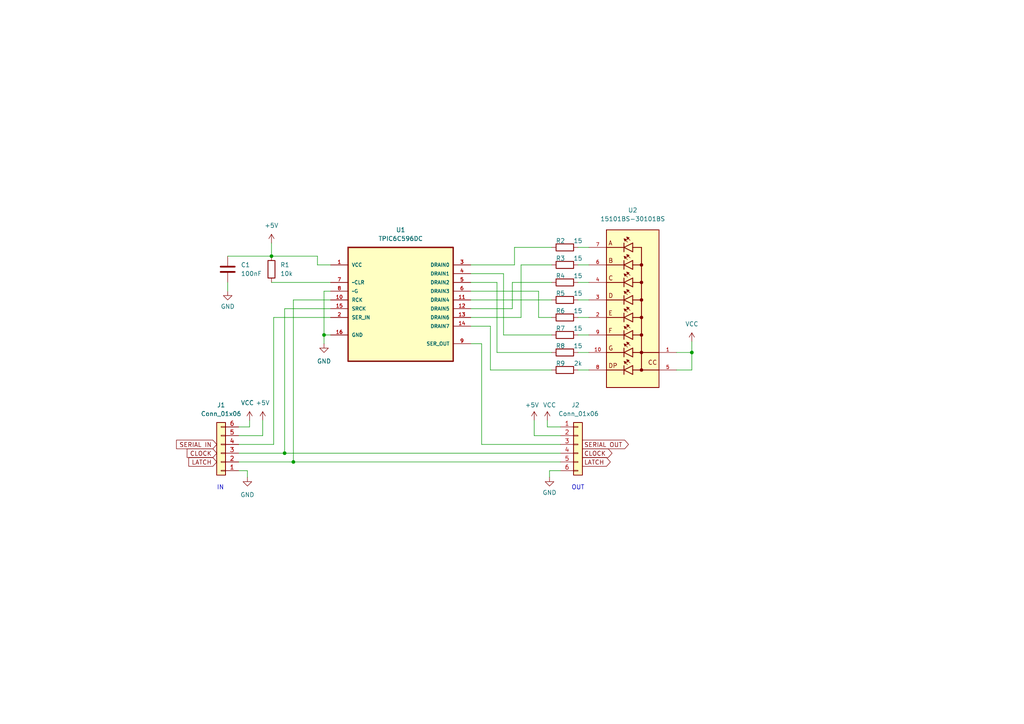
<source format=kicad_sch>
(kicad_sch (version 20211123) (generator eeschema)
  (paper "A4")
  (lib_symbols
    (symbol "Connector_Generic:Conn_01x06" (pin_names (offset 1.016) hide)
      (property "Reference" "J" (at 0 7.62 0))
      (property "Value" "Conn_01x06" (at 0 -10.16 0))
      (symbol "Conn_01x06_1_1"
        (rectangle (start -1.27 -7.493) (end 0 -7.747) (stroke (width 0.1524)))
        (rectangle (start -1.27 -4.953) (end 0 -5.207) (stroke (width 0.1524)))
        (rectangle (start -1.27 -2.413) (end 0 -2.667) (stroke (width 0.1524)))
        (rectangle (start -1.27 0.127) (end 0 -0.127) (stroke (width 0.1524)))
        (rectangle (start -1.27 2.667) (end 0 2.413) (stroke (width 0.1524)))
        (rectangle (start -1.27 5.207) (end 0 4.953) (stroke (width 0.1524)))
        (rectangle (start -1.27 6.35) (end 1.27 -8.89) (stroke (width 0.254)) (fill (type background)))
        (pin passive line (at -5.08 5.08 0) (length 3.81) (name "Pin_1") (number "1"))
        (pin passive line (at -5.08 2.54 0) (length 3.81) (name "Pin_2") (number "2"))
        (pin passive line (at -5.08 0 0) (length 3.81) (name "Pin_3") (number "3"))
        (pin passive line (at -5.08 -2.54 0) (length 3.81) (name "Pin_4") (number "4"))
        (pin passive line (at -5.08 -5.08 0) (length 3.81) (name "Pin_5") (number "5"))
        (pin passive line (at -5.08 -7.62 0) (length 3.81) (name "Pin_6") (number "6"))
      )
    )
    (symbol "Custom7Segments:15101BS-30101BS" (pin_names (offset 1.016))
      (property "Reference" "U" (at -7.62 23.622 0))
      (property "Value" "15101BS-30101BS" (at -8.89 -26.1874 0))
      (symbol "15101BS-30101BS_0_0"
        (rectangle (start -7.62 -22.86) (end 7.62 22.86) (stroke (width 0.254)) (fill (type background)))
        (polyline (pts (xy -7.62 -17.78) (xy -2.54 -17.78)) (stroke (width 0.254)))
        (polyline (pts (xy -7.62 -12.7) (xy -2.54 -12.7)) (stroke (width 0.254)))
        (polyline (pts (xy -7.62 -7.62) (xy -2.54 -7.62)) (stroke (width 0.254)))
        (polyline (pts (xy -7.62 -2.54) (xy -2.54 -2.54)) (stroke (width 0.254)))
        (polyline (pts (xy -7.62 2.54) (xy -2.54 2.54)) (stroke (width 0.254)))
        (polyline (pts (xy -7.62 7.62) (xy -2.54 7.62)) (stroke (width 0.254)))
        (polyline (pts (xy -7.62 12.7) (xy -2.54 12.7)) (stroke (width 0.254)))
        (polyline (pts (xy -7.62 17.78) (xy -2.54 17.78)) (stroke (width 0.254)))
        (polyline (pts (xy -2.54 -17.78) (xy -2.54 -19.05)) (stroke (width 0.254)))
        (polyline (pts (xy -2.54 -17.78) (xy 0 -16.51)) (stroke (width 0.254)))
        (polyline (pts (xy -2.54 -16.51) (xy -2.54 -17.78)) (stroke (width 0.254)))
        (polyline (pts (xy -2.54 -12.7) (xy -2.54 -13.97)) (stroke (width 0.254)))
        (polyline (pts (xy -2.54 -12.7) (xy 0 -11.43)) (stroke (width 0.254)))
        (polyline (pts (xy -2.54 -11.43) (xy -2.54 -12.7)) (stroke (width 0.254)))
        (polyline (pts (xy -2.54 -7.62) (xy -2.54 -8.89)) (stroke (width 0.254)))
        (polyline (pts (xy -2.54 -7.62) (xy 0 -6.35)) (stroke (width 0.254)))
        (polyline (pts (xy -2.54 -6.35) (xy -2.54 -7.62)) (stroke (width 0.254)))
        (polyline (pts (xy -2.54 -2.54) (xy -2.54 -3.81)) (stroke (width 0.254)))
        (polyline (pts (xy -2.54 -2.54) (xy 0 -1.27)) (stroke (width 0.254)))
        (polyline (pts (xy -2.54 -1.27) (xy -2.54 -2.54)) (stroke (width 0.254)))
        (polyline (pts (xy -2.54 2.54) (xy -2.54 1.27)) (stroke (width 0.254)))
        (polyline (pts (xy -2.54 2.54) (xy 0 3.81)) (stroke (width 0.254)))
        (polyline (pts (xy -2.54 3.81) (xy -2.54 2.54)) (stroke (width 0.254)))
        (polyline (pts (xy -2.54 7.62) (xy -2.54 6.35)) (stroke (width 0.254)))
        (polyline (pts (xy -2.54 7.62) (xy 0 8.89)) (stroke (width 0.254)))
        (polyline (pts (xy -2.54 8.89) (xy -2.54 7.62)) (stroke (width 0.254)))
        (polyline (pts (xy -2.54 12.7) (xy -2.54 11.43)) (stroke (width 0.254)))
        (polyline (pts (xy -2.54 12.7) (xy 0 13.97)) (stroke (width 0.254)))
        (polyline (pts (xy -2.54 13.97) (xy -2.54 12.7)) (stroke (width 0.254)))
        (polyline (pts (xy -2.54 17.78) (xy -2.54 16.51)) (stroke (width 0.254)))
        (polyline (pts (xy -2.54 17.78) (xy 0 19.05)) (stroke (width 0.254)))
        (polyline (pts (xy -2.54 19.05) (xy -2.54 17.78)) (stroke (width 0.254)))
        (polyline (pts (xy -1.524 -16.256) (xy -2.032 -15.748)) (stroke (width 0.1524)))
        (polyline (pts (xy -1.524 -11.176) (xy -2.032 -10.668)) (stroke (width 0.1524)))
        (polyline (pts (xy -1.524 -6.096) (xy -2.032 -5.588)) (stroke (width 0.1524)))
        (polyline (pts (xy -1.524 -1.016) (xy -2.032 -0.508)) (stroke (width 0.1524)))
        (polyline (pts (xy -1.524 4.064) (xy -2.032 4.572)) (stroke (width 0.1524)))
        (polyline (pts (xy -1.524 9.144) (xy -2.032 9.652)) (stroke (width 0.1524)))
        (polyline (pts (xy -1.524 14.224) (xy -2.032 14.732)) (stroke (width 0.1524)))
        (polyline (pts (xy -1.524 19.304) (xy -2.032 19.812)) (stroke (width 0.1524)))
        (polyline (pts (xy -0.762 -15.748) (xy -1.27 -15.24)) (stroke (width 0.1524)))
        (polyline (pts (xy -0.762 -10.668) (xy -1.27 -10.16)) (stroke (width 0.1524)))
        (polyline (pts (xy -0.762 -5.588) (xy -1.27 -5.08)) (stroke (width 0.1524)))
        (polyline (pts (xy -0.762 -0.508) (xy -1.27 0)) (stroke (width 0.1524)))
        (polyline (pts (xy -0.762 4.572) (xy -1.27 5.08)) (stroke (width 0.1524)))
        (polyline (pts (xy -0.762 9.652) (xy -1.27 10.16)) (stroke (width 0.1524)))
        (polyline (pts (xy -0.762 14.732) (xy -1.27 15.24)) (stroke (width 0.1524)))
        (polyline (pts (xy -0.762 19.812) (xy -1.27 20.32)) (stroke (width 0.1524)))
        (polyline (pts (xy 0 -19.05) (xy -2.54 -17.78)) (stroke (width 0.254)))
        (polyline (pts (xy 0 -17.78) (xy 0 -19.05)) (stroke (width 0.254)))
        (polyline (pts (xy 0 -17.78) (xy 2.54 -17.78)) (stroke (width 0.254)))
        (polyline (pts (xy 0 -16.51) (xy 0 -17.78)) (stroke (width 0.254)))
        (polyline (pts (xy 0 -13.97) (xy -2.54 -12.7)) (stroke (width 0.254)))
        (polyline (pts (xy 0 -12.7) (xy 0 -13.97)) (stroke (width 0.254)))
        (polyline (pts (xy 0 -12.7) (xy 2.54 -12.7)) (stroke (width 0.254)))
        (polyline (pts (xy 0 -11.43) (xy 0 -12.7)) (stroke (width 0.254)))
        (polyline (pts (xy 0 -8.89) (xy -2.54 -7.62)) (stroke (width 0.254)))
        (polyline (pts (xy 0 -7.62) (xy 0 -8.89)) (stroke (width 0.254)))
        (polyline (pts (xy 0 -7.62) (xy 2.54 -7.62)) (stroke (width 0.254)))
        (polyline (pts (xy 0 -6.35) (xy 0 -7.62)) (stroke (width 0.254)))
        (polyline (pts (xy 0 -3.81) (xy -2.54 -2.54)) (stroke (width 0.254)))
        (polyline (pts (xy 0 -2.54) (xy 0 -3.81)) (stroke (width 0.254)))
        (polyline (pts (xy 0 -2.54) (xy 2.54 -2.54)) (stroke (width 0.254)))
        (polyline (pts (xy 0 -1.27) (xy 0 -2.54)) (stroke (width 0.254)))
        (polyline (pts (xy 0 1.27) (xy -2.54 2.54)) (stroke (width 0.254)))
        (polyline (pts (xy 0 2.54) (xy 0 1.27)) (stroke (width 0.254)))
        (polyline (pts (xy 0 2.54) (xy 2.54 2.54)) (stroke (width 0.254)))
        (polyline (pts (xy 0 3.81) (xy 0 2.54)) (stroke (width 0.254)))
        (polyline (pts (xy 0 6.35) (xy -2.54 7.62)) (stroke (width 0.254)))
        (polyline (pts (xy 0 7.62) (xy 0 6.35)) (stroke (width 0.254)))
        (polyline (pts (xy 0 7.62) (xy 2.54 7.62)) (stroke (width 0.254)))
        (polyline (pts (xy 0 8.89) (xy 0 7.62)) (stroke (width 0.254)))
        (polyline (pts (xy 0 11.43) (xy -2.54 12.7)) (stroke (width 0.254)))
        (polyline (pts (xy 0 12.7) (xy 0 11.43)) (stroke (width 0.254)))
        (polyline (pts (xy 0 12.7) (xy 2.54 12.7)) (stroke (width 0.254)))
        (polyline (pts (xy 0 13.97) (xy 0 12.7)) (stroke (width 0.254)))
        (polyline (pts (xy 0 16.51) (xy -2.54 17.78)) (stroke (width 0.254)))
        (polyline (pts (xy 0 17.78) (xy 0 16.51)) (stroke (width 0.254)))
        (polyline (pts (xy 0 17.78) (xy 2.54 17.78)) (stroke (width 0.254)))
        (polyline (pts (xy 0 19.05) (xy 0 17.78)) (stroke (width 0.254)))
        (polyline (pts (xy 2.4384 -12.7) (xy 7.5184 -12.7)) (stroke (width 0.254)))
        (polyline (pts (xy 2.54 -17.78) (xy 2.54 17.78)) (stroke (width 0.254)))
        (polyline (pts (xy 2.54 -17.78) (xy 7.62 -17.78)) (stroke (width 0.254)))
        (polyline (pts (xy -1.778 -15.494) (xy -2.286 -16.002) (xy -2.54 -15.24) (xy -1.778 -15.494)) (stroke (width 0.1524)) (fill (type outline)))
        (polyline (pts (xy -1.778 -10.414) (xy -2.286 -10.922) (xy -2.54 -10.16) (xy -1.778 -10.414)) (stroke (width 0.1524)) (fill (type outline)))
        (polyline (pts (xy -1.778 -5.334) (xy -2.286 -5.842) (xy -2.54 -5.08) (xy -1.778 -5.334)) (stroke (width 0.1524)) (fill (type outline)))
        (polyline (pts (xy -1.778 -0.254) (xy -2.286 -0.762) (xy -2.54 0) (xy -1.778 -0.254)) (stroke (width 0.1524)) (fill (type outline)))
        (polyline (pts (xy -1.778 4.826) (xy -2.286 4.318) (xy -2.54 5.08) (xy -1.778 4.826)) (stroke (width 0.1524)) (fill (type outline)))
        (polyline (pts (xy -1.778 9.906) (xy -2.286 9.398) (xy -2.54 10.16) (xy -1.778 9.906)) (stroke (width 0.1524)) (fill (type outline)))
        (polyline (pts (xy -1.778 14.986) (xy -2.286 14.478) (xy -2.54 15.24) (xy -1.778 14.986)) (stroke (width 0.1524)) (fill (type outline)))
        (polyline (pts (xy -1.778 20.066) (xy -2.286 19.558) (xy -2.54 20.32) (xy -1.778 20.066)) (stroke (width 0.1524)) (fill (type outline)))
        (polyline (pts (xy -1.016 -14.986) (xy -1.524 -15.494) (xy -1.778 -14.732) (xy -1.016 -14.986)) (stroke (width 0.1524)) (fill (type outline)))
        (polyline (pts (xy -1.016 -9.906) (xy -1.524 -10.414) (xy -1.778 -9.652) (xy -1.016 -9.906)) (stroke (width 0.1524)) (fill (type outline)))
        (polyline (pts (xy -1.016 -4.826) (xy -1.524 -5.334) (xy -1.778 -4.572) (xy -1.016 -4.826)) (stroke (width 0.1524)) (fill (type outline)))
        (polyline (pts (xy -1.016 0.254) (xy -1.524 -0.254) (xy -1.778 0.508) (xy -1.016 0.254)) (stroke (width 0.1524)) (fill (type outline)))
        (polyline (pts (xy -1.016 5.334) (xy -1.524 4.826) (xy -1.778 5.588) (xy -1.016 5.334)) (stroke (width 0.1524)) (fill (type outline)))
        (polyline (pts (xy -1.016 10.414) (xy -1.524 9.906) (xy -1.778 10.668) (xy -1.016 10.414)) (stroke (width 0.1524)) (fill (type outline)))
        (polyline (pts (xy -1.016 15.494) (xy -1.524 14.986) (xy -1.778 15.748) (xy -1.016 15.494)) (stroke (width 0.1524)) (fill (type outline)))
        (polyline (pts (xy -1.016 20.574) (xy -1.524 20.066) (xy -1.778 20.828) (xy -1.016 20.574)) (stroke (width 0.1524)) (fill (type outline)))
        (circle (center 2.54 -17.78) (radius 0.254) (stroke (width 0.508)))
        (circle (center 2.54 -12.7) (radius 0.254) (stroke (width 0.508)))
        (circle (center 2.54 -7.62) (radius 0.254) (stroke (width 0.508)))
        (circle (center 2.54 -2.54) (radius 0.254) (stroke (width 0.508)))
        (circle (center 2.54 2.54) (radius 0.254) (stroke (width 0.508)))
        (circle (center 2.54 7.62) (radius 0.254) (stroke (width 0.508)))
        (circle (center 2.54 12.7) (radius 0.254) (stroke (width 0.508)))
        (text "A" (at -7.112 18.288 0) (effects (font (size 1.27 1.27)) (justify left bottom)))
        (text "B" (at -7.112 13.208 0) (effects (font (size 1.27 1.27)) (justify left bottom)))
        (text "C" (at -7.112 8.128 0) (effects (font (size 1.27 1.27)) (justify left bottom)))
        (text "CC" (at 4.3688 -16.3322 0) (effects (font (size 1.27 1.27)) (justify left bottom)))
        (text "D" (at -7.112 3.048 0) (effects (font (size 1.27 1.27)) (justify left bottom)))
        (text "DP" (at -7.112 -17.272 0) (effects (font (size 1.27 1.27)) (justify left bottom)))
        (text "E" (at -7.112 -2.032 0) (effects (font (size 1.27 1.27)) (justify left bottom)))
        (text "F" (at -7.112 -7.112 0) (effects (font (size 1.27 1.27)) (justify left bottom)))
        (text "G" (at -7.112 -12.192 0) (effects (font (size 1.27 1.27)) (justify left bottom)))
        (pin passive line (at 12.7 -12.7 180) (length 5.08) (name "") (number "1"))
        (pin passive line (at -12.7 -12.7 0) (length 5.08) (name "~") (number "10"))
        (pin passive line (at -12.7 -2.54 0) (length 5.08) (name "~") (number "2"))
        (pin passive line (at -12.7 2.54 0) (length 5.08) (name "~") (number "3"))
        (pin passive line (at -12.7 7.62 0) (length 5.08) (name "~") (number "4"))
        (pin passive line (at 12.7 -17.78 180) (length 5.08) (name "~") (number "5"))
        (pin passive line (at -12.7 12.7 0) (length 5.08) (name "~") (number "6"))
        (pin passive line (at -12.7 17.78 0) (length 5.08) (name "~") (number "7"))
        (pin passive line (at -12.7 -17.78 0) (length 5.08) (name "~") (number "8"))
        (pin passive line (at -12.7 -7.62 0) (length 5.08) (name "~") (number "9"))
      )
    )
    (symbol "Device:C" (pin_numbers hide) (pin_names (offset 0.254))
      (property "Reference" "C" (at 0.635 2.54 0))
      (property "Value" "C" (at 0.635 -2.54 0))
      (symbol "C_0_1"
        (polyline (pts (xy -2.032 -0.762) (xy 2.032 -0.762)) (stroke (width 0.508)))
        (polyline (pts (xy -2.032 0.762) (xy 2.032 0.762)) (stroke (width 0.508)))
      )
      (symbol "C_1_1"
        (pin passive line (at 0 3.81 270) (length 2.794) (name "~") (number "1"))
        (pin passive line (at 0 -3.81 90) (length 2.794) (name "~") (number "2"))
      )
    )
    (symbol "Device:R" (pin_numbers hide) (pin_names (offset 0))
      (property "Reference" "R" (at 2.032 0 90))
      (property "Value" "R" (at 0 0 90))
      (symbol "R_0_1"
        (rectangle (start -1.016 -2.54) (end 1.016 2.54) (stroke (width 0.254)))
      )
      (symbol "R_1_1"
        (pin passive line (at 0 3.81 270) (length 1.27) (name "~") (number "1"))
        (pin passive line (at 0 -3.81 90) (length 1.27) (name "~") (number "2"))
      )
    )
    (symbol "TPIC6C596PWR:TPIC6C596PWR" (pin_names (offset 1.016))
      (property "Reference" "U" (at -5.516 14.0569 0))
      (property "Value" "TPIC6C596PWR" (at -5.2195 -23.246 0))
      (symbol "TPIC6C596PWR_0_0"
        (rectangle (start -15.24 -20.32) (end 15.24 12.7) (stroke (width 0.4064)) (fill (type background)))
        (pin power_in line (at -20.32 7.62 0) (length 5.08) (name "VCC") (number "1"))
        (pin input line (at -20.32 -2.54 0) (length 5.08) (name "RCK") (number "10"))
        (pin output line (at 20.32 -2.54 180) (length 5.08) (name "DRAIN4") (number "11"))
        (pin output line (at 20.32 -5.08 180) (length 5.08) (name "DRAIN5") (number "12"))
        (pin output line (at 20.32 -7.62 180) (length 5.08) (name "DRAIN6") (number "13"))
        (pin output line (at 20.32 -10.16 180) (length 5.08) (name "DRAIN7") (number "14"))
        (pin input line (at -20.32 -5.08 0) (length 5.08) (name "SRCK") (number "15"))
        (pin passive line (at -20.32 -12.7 0) (length 5.08) (name "GND") (number "16"))
        (pin input line (at -20.32 -7.62 0) (length 5.08) (name "SER_IN") (number "2"))
        (pin output line (at 20.32 7.62 180) (length 5.08) (name "DRAIN0") (number "3"))
        (pin output line (at 20.32 5.08 180) (length 5.08) (name "DRAIN1") (number "4"))
        (pin output line (at 20.32 2.54 180) (length 5.08) (name "DRAIN2") (number "5"))
        (pin output line (at 20.32 0 180) (length 5.08) (name "DRAIN3") (number "6"))
        (pin input line (at -20.32 2.54 0) (length 5.08) (name "~CLR") (number "7"))
        (pin input line (at -20.32 0 0) (length 5.08) (name "~G") (number "8"))
        (pin output line (at 20.32 -15.24 180) (length 5.08) (name "SER_OUT") (number "9"))
      )
    )
    (symbol "power:+5V" (power) (pin_names (offset 0))
      (property "Value" "+5V" (at 0 3.556 0))
      (symbol "+5V_0_1"
        (polyline (pts (xy -0.762 1.27) (xy 0 2.54)))
        (polyline (pts (xy 0 0) (xy 0 2.54)))
        (polyline (pts (xy 0 2.54) (xy 0.762 1.27)))
      )
      (symbol "+5V_1_1"
        (pin power_in line (at 0 0 90) (length 0) hide (name "+5V") (number "1"))
      )
    )
    (symbol "power:GND" (power) (pin_names (offset 0))
      (property "Value" "GND" (at 0 -3.81 0))
      (symbol "GND_0_1"
        (polyline (pts (xy 0 0) (xy 0 -1.27) (xy 1.27 -1.27) (xy 0 -2.54) (xy -1.27 -1.27) (xy 0 -1.27)))
      )
      (symbol "GND_1_1"
        (pin power_in line (at 0 0 270) (length 0) hide (name "GND") (number "1"))
      )
    )
    (symbol "power:VCC" (power) (pin_names (offset 0))
      (property "Value" "VCC" (at 0 3.81 0))
      (symbol "VCC_0_1"
        (polyline (pts (xy -0.762 1.27) (xy 0 2.54)))
        (polyline (pts (xy 0 0) (xy 0 2.54)))
        (polyline (pts (xy 0 2.54) (xy 0.762 1.27)))
      )
      (symbol "VCC_1_1"
        (pin power_in line (at 0 0 90) (length 0) hide (name "VCC") (number "1"))
      )
    )
  )
  (junction (at 200.66 102.235))
  (junction (at 85.09 133.985))
  (junction (at 78.74 74.295))
  (junction (at 82.55 131.445))
  (junction (at 93.98 97.155))
  (wire (pts (xy 142.24 94.615) (xy 136.525 94.615)))
  (wire (pts (xy 160.02 92.075) (xy 156.21 92.075)))
  (wire (pts (xy 167.64 86.995) (xy 170.815 86.995)))
  (wire (pts (xy 76.2 126.365) (xy 76.2 121.92)))
  (wire (pts (xy 149.225 71.755) (xy 149.225 76.835)))
  (wire (pts (xy 148.59 81.915) (xy 148.59 89.535)))
  (wire (pts (xy 69.215 131.445) (xy 82.55 131.445)))
  (wire (pts (xy 69.215 123.825) (xy 72.39 123.825)))
  (wire (pts (xy 93.98 97.155) (xy 93.98 99.695)))
  (wire (pts (xy 162.56 131.445) (xy 82.55 131.445)))
  (wire (pts (xy 136.525 76.835) (xy 149.225 76.835)))
  (wire (pts (xy 82.55 89.535) (xy 95.885 89.535)))
  (wire (pts (xy 162.56 128.905) (xy 139.7 128.905)))
  (wire (pts (xy 85.09 86.995) (xy 85.09 133.985)))
  (wire (pts (xy 72.39 123.825) (xy 72.39 121.92)))
  (wire (pts (xy 159.385 136.525) (xy 159.385 138.43)))
  (wire (pts (xy 158.75 123.825) (xy 162.56 123.825)))
  (wire (pts (xy 167.64 76.835) (xy 170.815 76.835)))
  (wire (pts (xy 95.885 97.155) (xy 93.98 97.155)))
  (wire (pts (xy 139.7 128.905) (xy 139.7 99.695)))
  (wire (pts (xy 160.02 76.835) (xy 151.13 76.835)))
  (wire (pts (xy 142.24 107.315) (xy 142.24 94.615)))
  (wire (pts (xy 167.64 107.315) (xy 170.815 107.315)))
  (wire (pts (xy 160.02 81.915) (xy 148.59 81.915)))
  (wire (pts (xy 160.02 71.755) (xy 149.225 71.755)))
  (wire (pts (xy 196.215 102.235) (xy 200.66 102.235)))
  (wire (pts (xy 158.75 121.92) (xy 158.75 123.825)))
  (wire (pts (xy 162.56 126.365) (xy 154.94 126.365)))
  (wire (pts (xy 85.09 86.995) (xy 95.885 86.995)))
  (wire (pts (xy 167.64 97.155) (xy 170.815 97.155)))
  (wire (pts (xy 200.66 99.06) (xy 200.66 102.235)))
  (wire (pts (xy 151.13 76.835) (xy 151.13 92.075)))
  (wire (pts (xy 160.02 102.235) (xy 144.145 102.235)))
  (wire (pts (xy 79.375 128.905) (xy 69.215 128.905)))
  (wire (pts (xy 69.215 133.985) (xy 85.09 133.985)))
  (wire (pts (xy 144.145 102.235) (xy 144.145 81.915)))
  (wire (pts (xy 78.74 70.485) (xy 78.74 74.295)))
  (wire (pts (xy 167.64 102.235) (xy 170.815 102.235)))
  (wire (pts (xy 160.02 107.315) (xy 142.24 107.315)))
  (wire (pts (xy 69.215 136.525) (xy 71.755 136.525)))
  (wire (pts (xy 66.04 74.295) (xy 78.74 74.295)))
  (wire (pts (xy 93.98 84.455) (xy 93.98 97.155)))
  (wire (pts (xy 71.755 136.525) (xy 71.755 138.43)))
  (wire (pts (xy 156.21 92.075) (xy 156.21 84.455)))
  (wire (pts (xy 92.075 76.835) (xy 95.885 76.835)))
  (wire (pts (xy 136.525 81.915) (xy 144.145 81.915)))
  (wire (pts (xy 162.56 136.525) (xy 159.385 136.525)))
  (wire (pts (xy 78.74 74.295) (xy 92.075 74.295)))
  (wire (pts (xy 146.05 97.155) (xy 146.05 79.375)))
  (wire (pts (xy 139.7 99.695) (xy 136.525 99.695)))
  (wire (pts (xy 82.55 89.535) (xy 82.55 131.445)))
  (wire (pts (xy 200.66 107.315) (xy 196.215 107.315)))
  (wire (pts (xy 154.94 126.365) (xy 154.94 121.92)))
  (wire (pts (xy 167.64 81.915) (xy 170.815 81.915)))
  (wire (pts (xy 95.885 92.075) (xy 79.375 92.075)))
  (wire (pts (xy 148.59 89.535) (xy 136.525 89.535)))
  (wire (pts (xy 151.13 92.075) (xy 136.525 92.075)))
  (wire (pts (xy 136.525 86.995) (xy 160.02 86.995)))
  (wire (pts (xy 200.66 102.235) (xy 200.66 107.315)))
  (wire (pts (xy 92.075 74.295) (xy 92.075 76.835)))
  (wire (pts (xy 69.215 126.365) (xy 76.2 126.365)))
  (wire (pts (xy 95.885 84.455) (xy 93.98 84.455)))
  (wire (pts (xy 136.525 79.375) (xy 146.05 79.375)))
  (wire (pts (xy 79.375 92.075) (xy 79.375 128.905)))
  (wire (pts (xy 160.02 97.155) (xy 146.05 97.155)))
  (wire (pts (xy 167.64 71.755) (xy 170.815 71.755)))
  (wire (pts (xy 167.64 92.075) (xy 170.815 92.075)))
  (wire (pts (xy 162.56 133.985) (xy 85.09 133.985)))
  (wire (pts (xy 136.525 84.455) (xy 156.21 84.455)))
  (wire (pts (xy 66.04 81.915) (xy 66.04 84.455)))
  (wire (pts (xy 78.74 81.915) (xy 95.885 81.915)))
  (text "IN" (at 62.865 142.24 0) (effects (font (size 1.27 1.27)) (justify left bottom)))
  (text "OUT" (at 165.735 142.24 0) (effects (font (size 1.27 1.27)) (justify left bottom)))
  (global_label "CLOCK" (shape input) (at 62.865 131.445 180) (property "Intersheet References" "${INTERSHEET_REFS}" (effects hide)))
  (global_label "SERIAL OUT" (shape output) (at 168.91 128.905 0) (property "Intersheet References" "${INTERSHEET_REFS}" (effects hide)))
  (global_label "CLOCK" (shape output) (at 168.91 131.445 0) (property "Intersheet References" "${INTERSHEET_REFS}" (effects hide)))
  (global_label "SERIAL IN" (shape input) (at 62.865 128.905 180) (property "Intersheet References" "${INTERSHEET_REFS}" (effects hide)))
  (global_label "LATCH" (shape output) (at 168.91 133.985 0) (property "Intersheet References" "${INTERSHEET_REFS}" (effects hide)))
  (global_label "LATCH" (shape input) (at 62.865 133.985 180) (property "Intersheet References" "${INTERSHEET_REFS}" (effects hide)))
  (symbol (lib_id "Device:R") (at 163.83 71.755 90) (unit 1)
    (property "Reference" "R2" (at 162.56 69.85 90))
    (property "Value" "15" (at 167.64 69.85 90))
    (property "Footprint" "Resistor_SMD:R_0603_1608Metric" (effects hide))
    (property "LCSC" "C22810" (effects hide))
  )
  (symbol (lib_id "Device:C") (at 66.04 78.105 0) (unit 1)
    (property "Reference" "C1" (at 69.85 76.8349 0) (effects (justify left)))
    (property "Value" "100nF" (at 69.85 79.3749 0) (effects (justify left)))
    (property "Footprint" "Capacitor_SMD:C_0603_1608Metric" (effects hide))
    (property "LCSC" "C14663" (effects hide))
  )
  (symbol (lib_id "power:+5V") (at 78.74 70.485 0) (unit 1)
    (property "Reference" "#PWR05" (effects hide))
    (property "Value" "+5V" (at 78.74 65.405 0))
  )
  (symbol (lib_id "power:GND") (at 66.04 84.455 0) (unit 1)
    (property "Reference" "#PWR01" (effects hide))
    (property "Value" "GND" (at 66.04 88.9 0))
  )
  (symbol (lib_id "power:+5V") (at 154.94 121.92 0) (unit 1)
    (property "Reference" "#PWR07" (effects hide))
    (property "Value" "+5V" (at 154.305 117.475 0))
  )
  (symbol (lib_id "Device:R") (at 163.83 97.155 90) (unit 1)
    (property "Reference" "R7" (at 162.56 95.25 90))
    (property "Value" "15" (at 167.64 95.25 90))
    (property "Footprint" "Resistor_SMD:R_0603_1608Metric" (effects hide))
    (property "LCSC" "C22810" (effects hide))
  )
  (symbol (lib_id "power:+5V") (at 76.2 121.92 0) (unit 1)
    (property "Reference" "#PWR04" (effects hide))
    (property "Value" "+5V" (at 76.2 116.84 0))
  )
  (symbol (lib_id "Connector_Generic:Conn_01x06") (at 64.135 131.445 180) (unit 1)
    (property "Reference" "J1" (at 64.135 117.475 0))
    (property "Value" "Conn_01x06" (at 64.135 120.015 0))
    (property "Footprint" "Connector_PinHeader_2.54mm:PinHeader_1x06_P2.54mm_Vertical" (effects hide))
  )
  (symbol (lib_id "Device:R") (at 78.74 78.105 180) (unit 1)
    (property "Reference" "R1" (at 81.28 76.8349 0) (effects (justify right)))
    (property "Value" "10k" (at 81.28 79.3749 0) (effects (justify right)))
    (property "Footprint" "Resistor_SMD:R_0603_1608Metric" (effects hide))
    (property "LCSC" "C25804" (effects hide))
  )
  (symbol (lib_id "power:GND") (at 159.385 138.43 0) (unit 1)
    (property "Reference" "#PWR09" (effects hide))
    (property "Value" "GND" (at 159.385 142.875 0))
  )
  (symbol (lib_id "power:VCC") (at 72.39 121.92 0) (unit 1)
    (property "Reference" "#PWR03" (effects hide))
    (property "Value" "VCC" (at 71.755 116.84 0))
  )
  (symbol (lib_id "Device:R") (at 163.83 92.075 90) (unit 1)
    (property "Reference" "R6" (at 162.56 90.17 90))
    (property "Value" "15" (at 167.64 90.17 90))
    (property "Footprint" "Resistor_SMD:R_0603_1608Metric" (effects hide))
    (property "LCSC" "C22810" (effects hide))
  )
  (symbol (lib_id "power:GND") (at 93.98 99.695 0) (unit 1)
    (property "Reference" "#PWR06" (effects hide))
    (property "Value" "GND" (at 93.98 104.775 0))
  )
  (symbol (lib_id "Device:R") (at 163.83 107.315 90) (unit 1)
    (property "Reference" "R9" (at 162.56 105.41 90))
    (property "Value" "2k" (at 167.64 105.41 90))
    (property "Footprint" "Resistor_SMD:R_0603_1608Metric" (effects hide))
    (property "LCSC" "C22975" (effects hide))
  )
  (symbol (lib_id "Device:R") (at 163.83 102.235 90) (unit 1)
    (property "Reference" "R8" (at 162.56 100.33 90))
    (property "Value" "15" (at 167.64 100.33 90))
    (property "Footprint" "Resistor_SMD:R_0603_1608Metric" (effects hide))
    (property "LCSC" "C22810" (effects hide))
  )
  (symbol (lib_id "TPIC6C596PWR:TPIC6C596PWR") (at 116.205 84.455 0) (unit 1)
    (property "Reference" "U1" (at 116.205 66.675 0))
    (property "Value" "TPIC6C596DC" (at 116.205 69.215 0))
    (property "Footprint" "TPIC6C596DR:SOIC127P600X175-16N" (effects hide))
    (property "PACKAGE" "SOIC-16" (effects hide))
    (property "LCSC" "C2872253" (effects hide))
  )
  (symbol (lib_id "power:VCC") (at 158.75 121.92 0) (unit 1)
    (property "Reference" "#PWR08" (effects hide))
    (property "Value" "VCC" (at 159.385 117.475 0))
  )
  (symbol (lib_id "Connector_Generic:Conn_01x06") (at 167.64 128.905 0) (unit 1)
    (property "Reference" "J2" (at 165.735 117.475 0) (effects (justify left)))
    (property "Value" "Conn_01x06" (at 161.925 120.015 0) (effects (justify left)))
    (property "Footprint" "Connector_PinHeader_2.54mm:PinHeader_1x06_P2.54mm_Vertical" (effects hide))
  )
  (symbol (lib_id "power:GND") (at 71.755 138.43 0) (unit 1)
    (property "Reference" "#PWR02" (effects hide))
    (property "Value" "GND" (at 71.755 143.51 0))
  )
  (symbol (lib_id "Device:R") (at 163.83 81.915 90) (unit 1)
    (property "Reference" "R4" (at 162.56 80.01 90))
    (property "Value" "15" (at 167.64 80.01 90))
    (property "Footprint" "Resistor_SMD:R_0603_1608Metric" (effects hide))
    (property "LCSC" "C22810" (effects hide))
  )
  (symbol (lib_id "Custom7Segments:15101BS-30101BS") (at 183.515 89.535 0) (unit 1)
    (property "Reference" "U2" (at 183.515 60.96 0))
    (property "Value" "15101BS-30101BS" (at 183.515 63.5 0))
    (property "Footprint" "Custom7Segments:15101BS-30101BS" (effects hide))
  )
  (symbol (lib_id "Device:R") (at 163.83 76.835 90) (unit 1)
    (property "Reference" "R3" (at 162.56 74.93 90))
    (property "Value" "15" (at 167.64 74.93 90))
    (property "Footprint" "Resistor_SMD:R_0603_1608Metric" (effects hide))
    (property "LCSC" "C22810" (effects hide))
  )
  (symbol (lib_id "Device:R") (at 163.83 86.995 90) (unit 1)
    (property "Reference" "R5" (at 162.56 85.09 90))
    (property "Value" "15" (at 167.64 85.09 90))
    (property "Footprint" "Resistor_SMD:R_0603_1608Metric" (effects hide))
    (property "LCSC" "C22810" (effects hide))
  )
  (symbol (lib_id "power:VCC") (at 200.66 99.06 0) (unit 1)
    (property "Reference" "#PWR010" (effects hide))
    (property "Value" "VCC" (at 200.66 93.98 0))
  )
)
</source>
